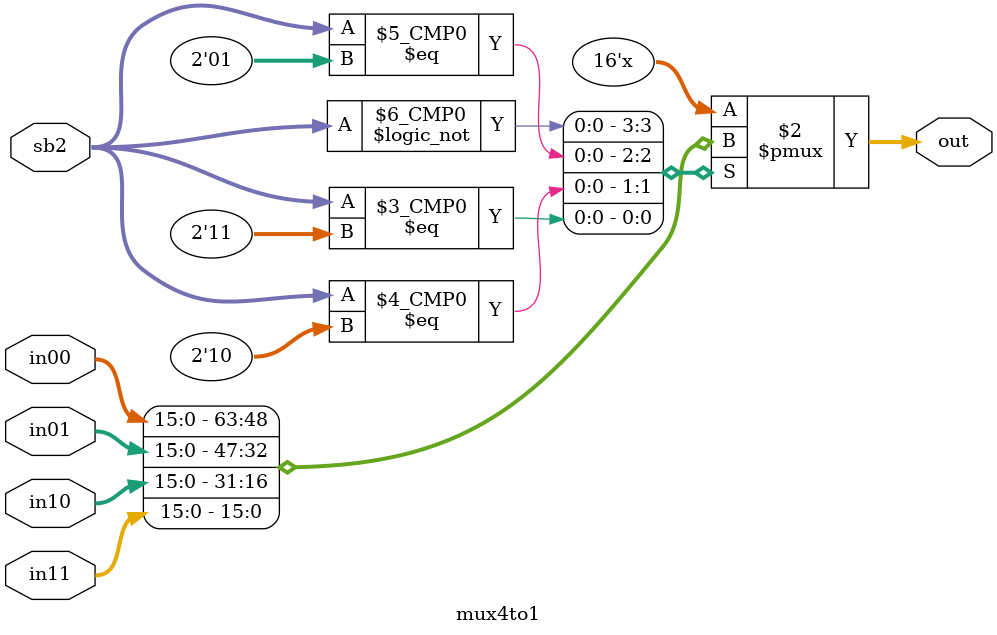
<source format=sv>
module mux4to1(input logic 	[15:0]	in00, in01, in10, in11,
					input logic 	[1:0] 	sb2,
					output logic 	[15:0] 	out);
					
					
					always_comb
					begin
							case(sb2)
								2'b00	:	out = in00;
								2'b01	:	out = in01;
								2'b10	:	out = in10;
								2'b11	: 	out = in11; 
							endcase
					end
endmodule
</source>
